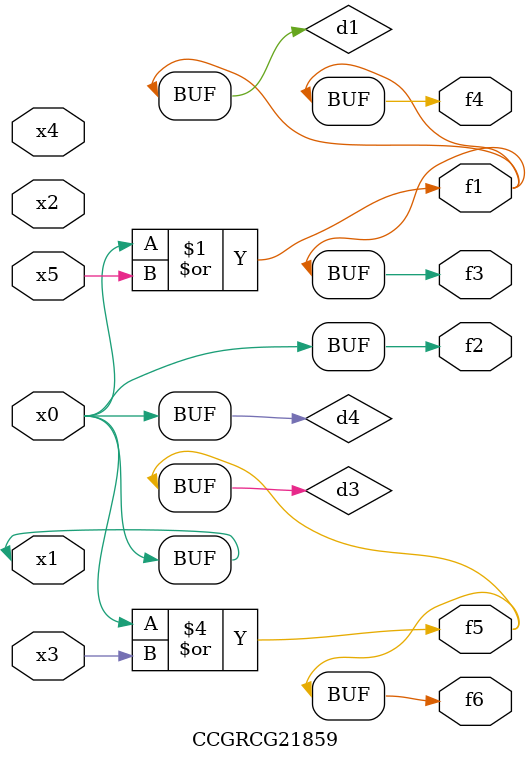
<source format=v>
module CCGRCG21859(
	input x0, x1, x2, x3, x4, x5,
	output f1, f2, f3, f4, f5, f6
);

	wire d1, d2, d3, d4;

	or (d1, x0, x5);
	xnor (d2, x1, x4);
	or (d3, x0, x3);
	buf (d4, x0, x1);
	assign f1 = d1;
	assign f2 = d4;
	assign f3 = d1;
	assign f4 = d1;
	assign f5 = d3;
	assign f6 = d3;
endmodule

</source>
